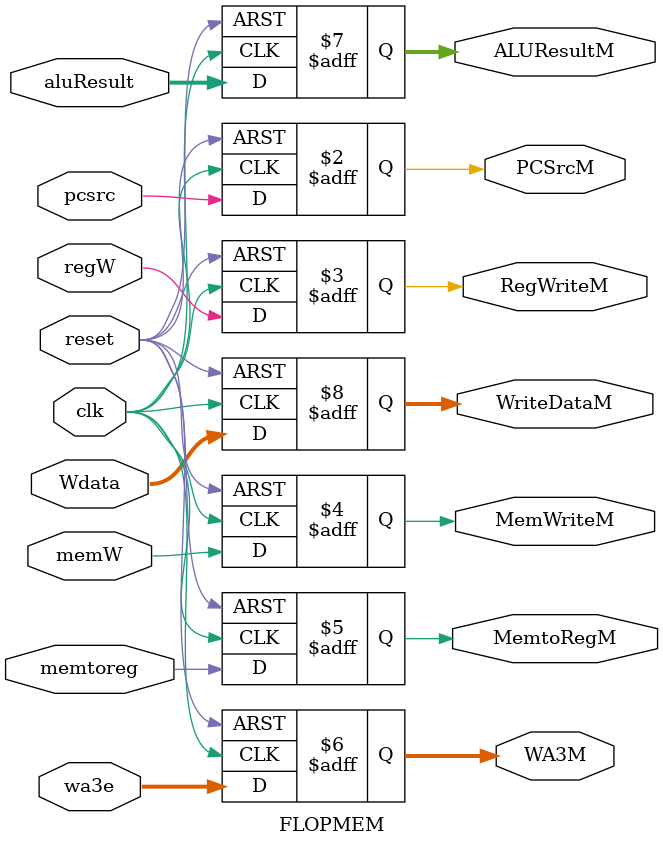
<source format=sv>
module FLOPMEM #(parameter WIDTH = 32)
					 (input logic clk, reset,
					  input logic [WIDTH-1:0] aluResult, Wdata, 
					  input logic [3:0] wa3e,
					  input logic pcsrc, regW, memW, memtoreg,
					 output logic PCSrcM, RegWriteM, MemWriteM, MemtoRegM,
					 output logic [3:0] WA3M,
					 output logic [WIDTH-1:0] ALUResultM, WriteDataM);
					
always_ff @(posedge clk, posedge reset)
	if (reset) begin
		PCSrcM <= 0;
		RegWriteM <= 0;
		MemWriteM <= 0;
		MemtoRegM <= 0;
		WA3M <= 0;
		ALUResultM <= 0;
		WriteDataM <= 0;
	end
	else begin
		PCSrcM <= pcsrc;
		RegWriteM <= regW;
		MemWriteM <= memW;
		MemtoRegM <= memtoreg;
		WA3M <= wa3e;
		ALUResultM <= aluResult;
		WriteDataM <= Wdata;
	end
	
endmodule

</source>
